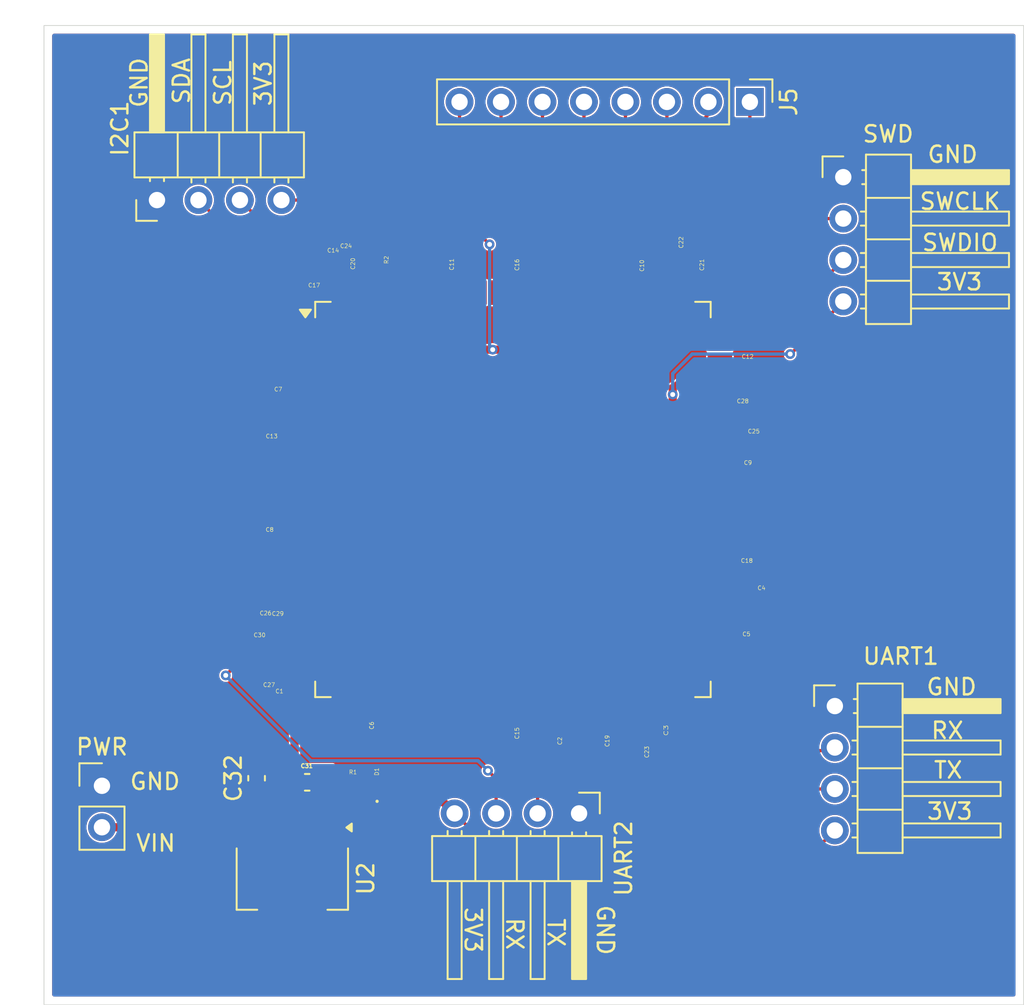
<source format=kicad_pcb>
(kicad_pcb (version 20241229) (generator "pcbnew") (generator_version "9.0")
  (layers (0 "F.Cu" signal) (2 "B.Cu" signal) (13 "F.Paste" user) (15 "B.Paste" user) (5 "F.SilkS" user "F.Silkscreen") (7 "B.SilkS" user "B.Silkscreen") (1 "F.Mask" user) (3 "B.Mask" user) (25 "Edge.Cuts" user))
  (net 0 "")
  (net 1 "+3V3")
  (net 3 "GND")
  (net 13 "Net-(U1-BOOT0)")
  (net 24 "Net-(J1-Pin_3)")
  (net 34 "Net-(J1-Pin_2)")
  (net 42 "Net-(J2-Pin_3)")
  (net 43 "Net-(J2-Pin_2)")
  (net 46 "Net-(J3-Pin_3)")
  (net 58 "Net-(J3-Pin_2)")
  (net 63 "Net-(J4-Pin_2)")
  (net 65 "Net-(J4-Pin_3)")
  (net 68 "Net-(J5-Pin_1)")
  (net 78 "Net-(J5-Pin_3)")
  (net 80 "Net-(J5-Pin_7)")
  (net 82 "Net-(J5-Pin_2)")
  (net 91 "Net-(J5-Pin_8)")
  (net 94 "Net-(J5-Pin_5)")
  (net 102 "Net-(J5-Pin_6)")
  (net 103 "Net-(J5-Pin_4)")
  (net 130 "Net-(D1-A)")
  (net 131 "Net-(U1-VCAPDSI)")
  (net 132 "Net-(C19-Pad1)")
  (net 133 "Net-(C20-Pad1)")
  (net 134 "Net-(C21-Pad1)")
  (net 135 "/VREF")
  (net 136 "+5V")
  (footprint "Connector_PinHeader_2.54mm:PinHeader_1x02_P2.54mm_Vertical" (layer "F.Cu") (at 73.55 96.585)
    (property "Reference" "PWR")
    (property "Value" "Conn_01x02_Pin")
  )
  (footprint "Package_TO_SOT_SMD:SOT-223-3_TabPin2" (layer "F.Cu") (at 85.21 102.27 -90)
    (property "Reference" "U2")
    (property "Value" "AMS1117")
  )
  (footprint "Connector_PinHeader_2.54mm:PinHeader_1x04_P2.54mm_Horizontal" (layer "F.Cu") (at 102.77 98.275 -90)
    (property "Reference" "UART2")
    (property "Value" "Conn_01x04_Pin")
  )
  (footprint "Capacitor_SMD:C_01005_0402Metric" (layer "F.Cu") (at 113.02 88.29)
    (property "Reference" "C5")
    (property "Value" "100nF")
  )
  (footprint "Connector_PinHeader_2.54mm:PinHeader_1x04_P2.54mm_Horizontal" (layer "F.Cu") (at 118.95 59.29)
    (property "Reference" "SWD")
    (property "Value" "Conn_01x04_Pin")
  )
  (footprint "Capacitor_SMD:C_0603_1608Metric" (layer "F.Cu") (at 86.12 96.37)
    (property "Reference" "C31")
    (property "Value" "10uF")
  )
  (footprint "Capacitor_SMD:C_01005_0402Metric" (layer "F.Cu") (at 84.345 71.29 180)
    (property "Reference" "C7")
    (property "Value" "100nF")
  )
  (footprint "Capacitor_SMD:C_01005_0402Metric" (layer "F.Cu") (at 107.62 64.715 90)
    (property "Reference" "C10")
    (property "Value" "100nF")
  )
  (footprint "Connector_PinHeader_2.54mm:PinHeader_1x08_P2.54mm_Vertical" (layer "F.Cu") (at 113.23 54.68 -90)
    (property "Reference" "J5")
    (property "Value" "Conn_01x08_Pin")
  )
  (footprint "Capacitor_SMD:C_0201_0603Metric" (layer "F.Cu") (at 89.97 64.595 90)
    (property "Reference" "C20")
    (property "Value" "2u2")
  )
  (footprint "Capacitor_SMD:C_0201_0603Metric" (layer "F.Cu") (at 105.47 93.49 -90)
    (property "Reference" "C19")
    (property "Value" "2u2")
  )
  (footprint "Capacitor_SMD:C_0201_0603Metric" (layer "F.Cu") (at 109.62 64.615 90)
    (property "Reference" "C21")
    (property "Value" "2u2")
  )
  (footprint "Capacitor_SMD:C_0201_0603Metric" (layer "F.Cu") (at 108.47 64.62 90)
    (property "Reference" "C22")
    (property "Value" "4u7")
  )
  (footprint "Connector_PinHeader_2.54mm:PinHeader_1x04_P2.54mm_Horizontal" (layer "F.Cu") (at 76.92 60.695 90)
    (property "Reference" "I2C1")
    (property "Value" "Conn_01x04_Pin")
  )
  (footprint "Capacitor_SMD:C_01005_0402Metric" (layer "F.Cu") (at 95.97 64.64 90)
    (property "Reference" "C11")
    (property "Value" "100nF")
  )
  (footprint "Capacitor_SMD:C_01005_0402Metric" (layer "F.Cu") (at 87.72 64.615 90)
    (property "Reference" "C14")
    (property "Value" "100nF")
  )
  (footprint "Capacitor_SMD:C_0201_0603Metric" (layer "F.Cu") (at 106.495 93.49 -90)
    (property "Reference" "C23")
    (property "Value" "4u7" (hide yes))
  )
  (footprint "Capacitor_SMD:C_01005_0402Metric" (layer "F.Cu") (at 84.42 89.79 180)
    (property "Reference" "C1")
    (property "Value" "100nF")
  )
  (footprint "Capacitor_SMD:C_01005_0402Metric" (layer "F.Cu") (at 113.045 84.79)
    (property "Reference" "C4")
    (property "Value" "100nF")
  )
  (footprint "Resistor_SMD:R_0201_0603Metric" (layer "F.Cu") (at 92.02 64.36 90)
    (property "Reference" "R2")
    (property "Value" "R")
  )
  (footprint "Capacitor_SMD:C_01005_0402Metric" (layer "F.Cu") (at 99.97 64.665 90)
    (property "Reference" "C16")
    (property "Value" "100nF")
  )
  (footprint "Capacitor_SMD:C_0201_0603Metric" (layer "F.Cu") (at 86.545 64.865 180)
    (property "Reference" "C17")
    (property "Value" "4u7")
  )
  (footprint "LED_SMD:LED_0201_0603Metric" (layer "F.Cu") (at 90.4 96.675 90)
    (property "Reference" "D1")
    (property "Value" "LED")
  )
  (footprint "Capacitor_SMD:C_0201_0603Metric" (layer "F.Cu") (at 84.295 87.29 180)
    (property "Reference" "C30")
    (property "Value" "1uF")
  )
  (footprint "Capacitor_SMD:C_01005_0402Metric" (layer "F.Cu") (at 113.045 74.29)
    (property "Reference" "C25")
    (property "Value" "100nF")
  )
  (footprint "Capacitor_SMD:C_0201_0603Metric" (layer "F.Cu") (at 84.295 88.765 180)
    (property "Reference" "C27")
    (property "Value" "1uF")
  )
  (footprint "Capacitor_SMD:C_01005_0402Metric" (layer "F.Cu") (at 113.095 71.29)
    (property "Reference" "C12")
    (property "Value" "100nF")
  )
  (footprint "Capacitor_SMD:C_0603_1608Metric" (layer "F.Cu") (at 83.02 96.12 90)
    (property "Reference" "C32")
    (property "Value" "10uF")
  )
  (footprint "Capacitor_SMD:C_01005_0402Metric" (layer "F.Cu") (at 89.47 93.34 -90)
    (property "Reference" "C6")
    (property "Value" "100nF")
  )
  (footprint "Package_QFP:LQFP-176_24x24mm_P0.5mm" (layer "F.Cu") (at 98.72 79.04)
    (property "Reference" "U1" (hide yes))
    (property "Value" "STM32H757IITx")
  )
  (footprint "Connector_PinHeader_2.54mm:PinHeader_1x04_P2.54mm_Horizontal" (layer "F.Cu") (at 118.435 91.7)
    (property "Reference" "UART1")
    (property "Value" "Conn_01x04_Pin")
  )
  (footprint "Capacitor_SMD:C_01005_0402Metric" (layer "F.Cu") (at 84.37 88.015 180)
    (property "Reference" "C26")
    (property "Value" "100nF")
  )
  (footprint "Capacitor_SMD:C_0201_0603Metric" (layer "F.Cu") (at 113.145 73.59)
    (property "Reference" "C28")
    (property "Value" "1uF")
  )
  (footprint "Capacitor_SMD:C_01005_0402Metric" (layer "F.Cu") (at 84.345 80.29 180)
    (property "Reference" "C8")
    (property "Value" "100nF")
  )
  (footprint "Capacitor_SMD:C_01005_0402Metric" (layer "F.Cu") (at 113.11 77.79)
    (property "Reference" "C9")
    (property "Value" "100nF")
  )
  (footprint "Capacitor_SMD:C_01005_0402Metric" (layer "F.Cu") (at 84.37 86.565 180)
    (property "Reference" "C29")
    (property "Value" "100nF")
  )
  (footprint "Capacitor_SMD:C_0201_0603Metric" (layer "F.Cu") (at 88.47 64.54 90)
    (property "Reference" "C24")
    (property "Value" "4u7")
  )
  (footprint "Capacitor_SMD:C_01005_0402Metric" (layer "F.Cu") (at 113.045 83.79)
    (property "Reference" "C18")
    (property "Value" "2u2")
  )
  (footprint "Capacitor_SMD:C_01005_0402Metric" (layer "F.Cu") (at 97.97 93.365 -90)
    (property "Reference" "C15")
    (property "Value" "100nF")
  )
  (footprint "Resistor_SMD:R_0201_0603Metric" (layer "F.Cu") (at 88.925 96.325 180)
    (property "Reference" "R1")
    (property "Value" "10K")
  )
  (footprint "Capacitor_SMD:C_01005_0402Metric" (layer "F.Cu") (at 107.495 93.39 -90)
    (property "Reference" "C3")
    (property "Value" "100nF")
  )
  (footprint "Capacitor_SMD:C_01005_0402Metric" (layer "F.Cu") (at 84.37 74.29 180)
    (property "Reference" "C13")
    (property "Value" "100nF")
  )
  (footprint "Capacitor_SMD:C_01005_0402Metric" (layer "F.Cu") (at 100.97 93.365 -90)
    (property "Reference" "C2")
    (property "Value" "100nF")
  )
  (gr_rect (start 70 50) (end 130 110) (stroke (width 0.05)) (fill no) (layer "Edge.Cuts"))
  (gr_text "RX\n" (at 125.325 93.2 0) (layer "F.SilkS") (effects (font (size 1 1))))
  (gr_text "GND\n" (at 76.8 96.325 0) (layer "F.SilkS") (effects (font (size 1 1))))
  (gr_text "GND" (at 125.65 57.9 0) (layer "F.SilkS") (effects (font (size 1 1))))
  (gr_text "TX\n" (at 125.375 95.625 0) (layer "F.SilkS") (effects (font (size 1 1))))
  (gr_text "SWCLK\n" (at 126.1 60.775 0) (layer "F.SilkS") (effects (font (size 1 1))))
  (gr_text "SDA\n" (at 78.425 53.4 90) (layer "F.SilkS") (effects (font (size 1 1))))
  (gr_text "TX" (at 101.35 105.575 270) (layer "F.SilkS") (effects (font (size 1 1))))
  (gr_text "GND" (at 104.375 105.425 270) (layer "F.SilkS") (effects (font (size 1 1))))
  (gr_text "GND" (at 125.585 90.525 0) (layer "F.SilkS") (effects (font (size 1 1))))
  (gr_text "3V3\n" (at 126.07 65.71 0) (layer "F.SilkS") (effects (font (size 1 1))))
  (gr_text "3V3\n" (at 83.425 53.545 90) (layer "F.SilkS") (effects (font (size 1 1))))
  (gr_text "RX\n" (at 98.825 105.65 270) (layer "F.SilkS") (effects (font (size 1 1))))
  (gr_text "SCL\n" (at 80.95 53.525 90) (layer "F.SilkS") (effects (font (size 1 1))))
  (gr_text "GND\n" (at 75.825 53.5 90) (layer "F.SilkS") (effects (font (size 1 1))))
  (gr_text "VIN" (at 76.85 100.1 0) (layer "F.SilkS") (effects (font (size 1 1))))
  (gr_text "SWDIO\n" (at 126.1 63.3 0) (layer "F.SilkS") (effects (font (size 1 1))))
  (gr_text "3V3\n" (at 96.28 105.42 270) (layer "F.SilkS") (effects (font (size 1 1))))
  (gr_text "3V3\n" (at 125.475 98.15 0) (layer "F.SilkS") (effects (font (size 1 1))))
  (segment (start 84.845 87.79) (end 86.045 87.79) (width 0.2) (layer "F.Cu") (net 1))
  (segment (start 90.155 89.02) (end 96.935 89.02) (width 0.5) (layer "F.Cu") (net 1))
  (segment (start 112.825 73.59) (end 112.825 74.26) (width 0.2) (layer "F.Cu") (net 1))
  (segment (start 106.47 89.54) (end 105.95 89.02) (width 0.3) (layer "F.Cu") (net 1))
  (segment (start 111.395 74.29) (end 110.57 74.29) (width 0.2) (layer "F.Cu") (net 1))
  (segment (start 115.71 70.14) (end 115.7 70.13) (width 0.2) (layer "F.Cu") (net 1))
  (segment (start 87.97 68.735) (end 89.595 70.36) (width 0.3) (layer "F.Cu") (net 1))
  (segment (start 84.595 80.29) (end 86.045 80.29) (width 0.2) (layer "F.Cu") (net 1))
  (segment (start 108.505 85.82) (end 108.505 77.82) (width 0.5) (layer "F.Cu") (net 1))
  (segment (start 110.055 74.29) (end 110.555 73.79) (width 0.3) (layer "F.Cu") (net 1))
  (segment (start 107.47 91.715) (end 107.47 89.655) (width 0.3) (layer "F.Cu") (net 1))
  (segment (start 95.975 69.86) (end 97.48 69.86) (width 0.5) (layer "F.Cu") (net 1))
  (segment (start 89.115 80.29) (end 90.155 81.33) (width 0.3) (layer "F.Cu") (net 1))
  (segment (start 107.62 64.965) (end 107.97 65.315) (width 0.2) (layer "F.Cu") (net 1))
  (segment (start 107.47 93.115) (end 107.495 93.14) (width 0.2) (layer "F.Cu") (net 1))
  (segment (start 84.62 88.015) (end 84.845 87.79) (width 0.2) (layer "F.Cu") (net 1))
  (segment (start 100.97 91.715) (end 100.97 89.865) (width 0.3) (layer "F.Cu") (net 1))
  (segment (start 108.47 67.96) (end 108.47 68.885) (width 0.3) (layer "F.Cu") (net 1))
  (segment (start 85.21 96.4825) (end 85.2725 96.42) (width 0.2) (layer "F.Cu") (net 1))
  (segment (start 85.21 99.12) (end 85.21 96.4825) (width 0.5) (layer "F.Cu") (net 1))
  (segment (start 90.155 81.33) (end 90.155 74.95) (width 0.5) (layer "F.Cu") (net 1))
  (segment (start 97.97 91.715) (end 97.97 90.055) (width 0.3) (layer "F.Cu") (net 1))
  (segment (start 89.495 74.29) (end 90.155 74.95) (width 0.3) (layer "F.Cu") (net 1))
  (segment (start 111.395 71.29) (end 109.405 71.29) (width 0.3) (layer "F.Cu") (net 1))
  (segment (start 89.47 91.715) (end 89.47 89.745) (width 0.3) (layer "F.Cu") (net 1))
  (segment (start 109.445 88.29) (end 108.505 87.35) (width 0.3) (layer "F.Cu") (net 1))
  (segment (start 108.47 68.885) (end 108.245 69.11) (width 0.5) (layer "F.Cu") (net 1))
  (segment (start 100.125 89.02) (end 100.965 89.02) (width 0.5) (layer "F.Cu") (net 1))
  (segment (start 86.865 64.865) (end 87.72 64.865) (width 0.2) (layer "F.Cu") (net 1))
  (segment (start 111.395 84.79) (end 109.535 84.79) (width 0.3) (layer "F.Cu") (net 1))
  (segment (start 99.97 69.845) (end 99.955 69.86) (width 0.3) (layer "F.Cu") (net 1))
  (segment (start 91.965 69.86) (end 95.975 69.86) (width 0.5) (layer "F.Cu") (net 1))
  (segment (start 96.935 89.02) (end 97.985 89.02) (width 0.5) (layer "F.Cu") (net 1))
  (segment (start 110.055 74.29) (end 108.515 74.29) (width 0.3) (layer "F.Cu") (net 1))
  (segment (start 111.395 84.79) (end 112.795 84.79) (width 0.2) (layer "F.Cu") (net 1))
  (segment (start 108.47 66.365) (end 108.47 67.96) (width 0.3) (layer "F.Cu") (net 1))
  (segment (start 99.955 69.86) (end 107.495 69.86) (width 0.5) (layer "F.Cu") (net 1))
  (segment (start 97.97 91.715) (end 97.97 93.115) (width 0.2) (layer "F.Cu") (net 1))
  (segment (start 86.045 71.29) (end 89.415 71.29) (width 0.3) (layer "F.Cu") (net 1))
  (segment (start 97.985 89.02) (end 100.125 89.02) (width 0.5) (layer "F.Cu") (net 1))
  (segment (start 108.47 67.96) (end 107.97 67.46) (width 0.3) (layer "F.Cu") (net 1))
  (segment (start 108.515 74.29) (end 108.505 74.28) (width 0.3) (layer "F.Cu") (net 1))
  (segment (start 95.15 98.275) (end 97.885 101.01) (width 0.2) (layer "F.Cu") (net 1))
  (segment (start 99.97 66.365) (end 99.97 69.845) (width 0.3) (layer "F.Cu") (net 1))
  (segment (start 88.47 66.365) (end 88.47 69.225) (width 0.3) (layer "F.Cu") (net 1))
  (segment (start 86.045 89.79) (end 84.67 89.79) (width 0.2) (layer "F.Cu") (net 1))
  (segment (start 100.97 89.865) (end 100.125 89.02) (width 0.3) (layer "F.Cu") (net 1))
  (segment (start 111.395 88.29) (end 109.445 88.29) (width 0.3) (layer "F.Cu") (net 1))
  (segment (start 89.595 70.36) (end 91.465 70.36) (width 0.3) (layer "F.Cu") (net 1))
  (segment (start 111.395 77.79) (end 108.535 77.79) (width 0.3) (layer "F.Cu") (net 1))
  (segment (start 90.155 72.03) (end 90.155 71.67) (width 0.5) (layer "F.Cu") (net 1))
  (segment (start 87.97 65.115) (end 87.72 64.865) (width 0.2) (layer "F.Cu") (net 1))
  (segment (start 87.97 66.365) (end 87.97 65.115) (width 0.2) (layer "F.Cu") (net 1))
  (segment (start 115.72 70.14) (end 118.95 66.91) (width 0.2) (layer "F.Cu") (net 1))
  (segment (start 84.54 60.695) (end 94.575 60.695) (width 0.2) (layer "F.Cu") (net 1))
  (segment (start 100.97 91.715) (end 100.97 93.115) (width 0.2) (layer "F.Cu") (net 1))
  (segment (start 86.045 80.29) (end 89.115 80.29) (width 0.3) (layer "F.Cu") (net 1))
  (segment (start 86.045 74.29) (end 89.495 74.29) (width 0.3) (layer "F.Cu") (net 1))
  (segment (start 89.485 89.02) (end 90.155 89.02) (width 0.5) (layer "F.Cu") (net 1))
  (segment (start 97.97 90.055) (end 96.935 89.02) (width 0.3) (layer "F.Cu") (net 1))
  (segment (start 88.47 69.225) (end 88.465 69.23) (width 0.3) (layer "F.Cu") (net 1))
  (segment (start 111.395 77.79) (end 112.86 77.79) (width 0.2) (layer "F.Cu") (net 1))
  (segment (start 100.97 89.025) (end 100.965 89.02) (width 0.3) (layer "F.Cu") (net 1))
  (segment (start 111.395 88.29) (end 112.77 88.29) (width 0.2) (layer "F.Cu") (net 1))
  (segment (start 107.495 69.86) (end 108.245 69.11) (width 0.5) (layer "F.Cu") (net 1))
  (segment (start 107.97 67.46) (end 107.97 66.365) (width 0.3) (layer "F.Cu") (net 1))
  (segment (start 88.605 96.325) (end 87.67 95.39) (width 0.2) (layer "F.Cu") (net 1))
  (segment (start 112.825 74.26) (end 112.795 74.29) (width 0.2) (layer "F.Cu") (net 1))
  (segment (start 99.97 66.365) (end 99.97 64.915) (width 0.2) (layer "F.Cu") (net 1))
  (segment (start 85.345 96.37) (end 85.345 92.73) (width 0.5) (layer "F.Cu") (net 1))
  (segment (start 107.47 89.655) (end 106.835 89.02) (width 0.3) (layer "F.Cu") (net 1))
  (segment (start 88.785 87.79) (end 86.045 87.79) (width 0.3) (layer "F.Cu") (net 1))
  (segment (start 85.345 96.035) (end 85.345 96.37) (width 0.2) (layer "F.Cu") (net 1))
  (segment (start 108.47 66.365) (end 108.47 64.94) (width 0.2) (layer "F.Cu") (net 1))
  (segment (start 91.475 70.35) (end 91.965 69.86) (width 0.5) (layer "F.Cu") (net 1))
  (segment (start 110.555 73.79) (end 111.395 73.79) (width 0.3) (layer "F.Cu") (net 1))
  (segment (start 86.045 74.29) (end 84.62 74.29) (width 0.2) (layer "F.Cu") (net 1))
  (segment (start 89.055 89.02) (end 89.485 89.02) (width 0.5) (layer "F.Cu") (net 1))
  (segment (start 100.965 89.02) (end 105.95 89.02) (width 0.5) (layer "F.Cu") (net 1))
  (segment (start 115.72 70.14) (end 115.71 70.14) (width 0.2) (layer "F.Cu") (net 1))
  (segment (start 108.505 77.82) (end 108.505 74.28) (width 0.5) (layer "F.Cu") (net 1))
  (segment (start 108.505 87.35) (end 108.505 85.82) (width 0.5) (layer "F.Cu") (net 1))
  (segment (start 106.47 93.145) (end 106.495 93.17) (width 0.2) (layer "F.Cu") (net 1))
  (segment (start 85.21 105.42) (end 85.21 99.12) (width 0.2) (layer "F.Cu") (net 1))
  (segment (start 85.21 99.12) (end 86.754 97.576) (width 0.5) (layer "F.Cu") (net 1))
  (segment (start 89.47 89.705) (end 90.155 89.02) (width 0.3) (layer "F.Cu") (net 1))
  (segment (start 91.465 70.36) (end 91.475 70.35) (width 0.3) (layer "F.Cu") (net 1))
  (segment (start 84.615 88.765) (end 84.615 88.02) (width 0.2) (layer "F.Cu") (net 1))
  (segment (start 86.045 71.29) (end 84.595 71.29) (width 0.2) (layer "F.Cu") (net 1))
  (segment (start 89.47 89.745) (end 89.47 89.705) (width 0.2) (layer "F.Cu") (net 1))
  (segment (start 106.47 91.715) (end 106.47 93.145) (width 0.2) (layer "F.Cu") (net 1))
  (segment (start 97.97 89.035) (end 97.985 89.02) (width 0.3) (layer "F.Cu") (net 1))
  (segment (start 95.97 69.855) (end 95.975 69.86) (width 0.3) (layer "F.Cu") (net 1))
  (segment (start 107.97 65.315) (end 107.97 66.365) (width 0.2) (layer "F.Cu") (net 1))
  (segment (start 106.47 91.715) (end 106.47 89.54) (width 0.3) (layer "F.Cu") (net 1))
  (segment (start 108.505 74.28) (end 108.505 72.61) (width 0.5) (layer "F.Cu") (net 1))
  (segment (start 86.754 97.576) (end 94.451 97.576) (width 0.5) (layer "F.Cu") (net 1))
  (segment (start 111.395 74.29) (end 110.055 74.29) (width 0.3) (layer "F.Cu") (net 1))
  (segment (start 108.285 69.11) (end 108.245 69.11) (width 0.3) (layer "F.Cu") (net 1))
  (segment (start 108.505 72.61) (end 108.505 72.2) (width 0.5) (layer "F.Cu") (net 1))
  (segment (start 94.451 97.576) (end 95.15 98.275) (width 0.5) (layer "F.Cu") (net 1))
  (segment (start 108.505 72.19) (end 108.505 72.2) (width 0.2) (layer "F.Cu") (net 1))
  (segment (start 90.155 71.67) (end 91.475 70.35) (width 0.5) (layer "F.Cu") (net 1))
  (segment (start 88.785 87.79) (end 89.485 88.49) (width 0.3) (layer "F.Cu") (net 1))
  (segment (start 88.47 66.365) (end 88.47 64.86) (width 0.2) (layer "F.Cu") (net 1))
  (segment (start 95.97 66.365) (end 95.97 64.89) (width 0.2) (layer "F.Cu") (net 1))
  (segment (start 108.535 77.79) (end 108.505 77.82) (width 0.3) (layer "F.Cu") (net 1))
  (segment (start 97.48 69.86) (end 99.955 69.86) (width 0.5) (layer "F.Cu") (net 1))
  (segment (start 97.885 101.01) (end 116.745 101.01) (width 0.2) (layer "F.Cu") (net 1))
  (segment (start 108.315 69.08) (end 108.285 69.11) (width 0.3) (layer "F.Cu") (net 1))
  (segment (start 85.99 95.39) (end 85.345 96.035) (width 0.2) (layer "F.Cu") (net 1))
  (segment (start 86.045 89.79) (end 88.285 89.79) (width 0.3) (layer "F.Cu") (net 1))
  (segment (start 89.47 91.715) (end 89.47 93.09) (width 0.2) (layer "F.Cu") (net 1))
  (segment (start 116.745 101.01) (end 118.435 99.32) (width 0.2) (layer "F.Cu") (net 1))
  (segment (start 89.485 88.49) (end 89.485 89.02) (width 0.3) (layer "F.Cu") (net 1))
  (segment (start 85.345 92.73) (end 88.4275 89.6475) (width 0.5) (layer "F.Cu") (net 1))
  (segment (start 95.97 66.365) (end 95.97 69.855) (width 0.3) (layer "F.Cu") (net 1))
  (segment (start 90.155 89.02) (end 90.155 81.33) (width 0.5) (layer "F.Cu") (net 1))
  (segment (start 105.95 89.02) (end 106.835 89.02) (width 0.5) (layer "F.Cu") (net 1))
  (segment (start 87.97 66.365) (end 87.97 68.735) (width 0.3) (layer "F.Cu") (net 1))
  (segment (start 109.405 71.29) (end 108.505 72.19) (width 0.3) (layer "F.Cu") (net 1))
  (segment (start 88.4275 89.6475) (end 89.055 89.02) (width 0.5) (layer "F.Cu") (net 1))
  (segment (start 89.415 71.29) (end 90.155 72.03) (width 0.3) (layer "F.Cu") (net 1))
  (segment (start 111.395 71.29) (end 112.845 71.29) (width 0.2) (layer "F.Cu") (net 1))
  (segment (start 94.575 60.695) (end 97.29 63.41) (width 0.2) (layer "F.Cu") (net 1))
  (segment (start 107.47 91.715) (end 107.47 93.115) (width 0.2) (layer "F.Cu") (net 1))
  (segment (start 87.67 95.39) (end 85.99 95.39) (width 0.2) (layer "F.Cu") (net 1))
  (segment (start 95.985 69.85) (end 95.975 69.86) (width 0.2) (layer "F.Cu") (net 1))
  (segment (start 109.535 84.79) (end 108.505 85.82) (width 0.3) (layer "F.Cu") (net 1))
  (segment (start 90.155 74.95) (end 90.155 72.03) (width 0.5) (layer "F.Cu") (net 1))
  (segment (start 111.395 74.29) (end 112.795 74.29) (width 0.2) (layer "F.Cu") (net 1))
  (segment (start 106.835 89.02) (end 108.505 87.35) (width 0.5) (layer "F.Cu") (net 1))
  (segment (start 84.615 88.02) (end 84.62 88.015) (width 0.2) (layer "F.Cu") (net 1))
  (via (at 97.48 69.86) (size 0.6) (drill 0.3) (layers "F.Cu" "B.Cu") (net 1))
  (via (at 108.505 72.61) (size 0.6) (drill 0.3) (layers "F.Cu" "B.Cu") (net 1))
  (via (at 115.7 70.13) (size 0.6) (drill 0.3) (layers "F.Cu" "B.Cu") (net 1))
  (via (at 97.29 63.41) (size 0.6) (drill 0.3) (layers "F.Cu" "B.Cu") (net 1))
  (segment (start 97.29 63.41) (end 97.29 69.67) (width 0.2) (layer "B.Cu") (net 1))
  (segment (start 108.505 72.61) (end 108.505 71.325) (width 0.2) (layer "B.Cu") (net 1))
  (segment (start 115.7 70.13) (end 109.7 70.13) (width 0.2) (layer "B.Cu") (net 1))
  (segment (start 97.29 69.67) (end 97.48 69.86) (width 0.2) (layer "B.Cu") (net 1))
  (segment (start 109.7 70.13) (end 108.6 71.23) (width 0.2) (layer "B.Cu") (net 1))
  (segment (start 108.505 71.325) (end 108.6 71.23) (width 0.2) (layer "B.Cu") (net 1))
  (segment (start 84.095 80.140001) (end 84.095 80.29) (width 0.2) (layer "F.Cu") (net 3))
  (segment (start 100.47 93.264999) (end 100.47 91.715) (width 0.2) (layer "F.Cu") (net 3))
  (segment (start 113.465 74.12) (end 113.295 74.29) (width 0.2) (layer "F.Cu") (net 3))
  (segment (start 84.12 74.439999) (end 84.12 74.29) (width 0.2) (layer "F.Cu") (net 3))
  (segment (start 113.27 88.140001) (end 113.27 88.29) (width 0.2) (layer "F.Cu") (net 3))
  (segment (start 83.975 87.29) (end 83.975 87.87) (width 0.2) (layer "F.Cu") (net 3))
  (segment (start 113.009999 78.29) (end 113.36 77.939999) (width 0.2) (layer "F.Cu") (net 3))
  (segment (start 88.97 93.239999) (end 88.97 91.715) (width 0.2) (layer "F.Cu") (net 3))
  (segment (start 108.97 64.570001) (end 108.97 66.365) (width 0.2) (layer "F.Cu") (net 3))
  (segment (start 96.12 64.39) (end 95.97 64.39) (width 0.2) (layer "F.Cu") (net 3))
  (segment (start 84.445001 79.79) (end 84.095 80.140001) (width 0.2) (layer "F.Cu") (net 3))
  (segment (start 100.820001 93.615) (end 100.47 93.264999) (width 0.2) (layer "F.Cu") (net 3))
  (segment (start 86.045 74.79) (end 84.470001 74.79) (width 0.2) (layer "F.Cu") (net 3))
  (segment (start 112.944999 84.29) (end 113.295 84.640001) (width 0.2) (layer "F.Cu") (net 3))
  (segment (start 100.47 64.765001) (end 100.119999 64.415) (width 0.2) (layer "F.Cu") (net 3))
  (segment (start 84.095 71.140001) (end 84.095 71.29) (width 0.2) (layer "F.Cu") (net 3))
  (segment (start 106.495 93.81) (end 106.295001 93.81) (width 0.2) (layer "F.Cu") (net 3))
  (segment (start 105.97 93.484999) (end 105.97 91.715) (width 0.2) (layer "F.Cu") (net 3))
  (segment (start 106.295001 93.81) (end 105.97 93.484999) (width 0.2) (layer "F.Cu") (net 3))
  (segment (start 96.47 66.365) (end 96.47 64.74) (width 0.2) (layer "F.Cu") (net 3))
  (segment (start 88.47 64.22) (end 87.865 64.22) (width 0.2) (layer "F.Cu") (net 3))
  (segment (start 97.645 93.615) (end 97.5325 93.5025) (width 0.2) (layer "F.Cu") (net 3))
  (segment (start 89.320001 93.59) (end 88.97 93.239999) (width 0.2) (layer "F.Cu") (net 3))
  (segment (start 89.47 64.575001) (end 89.770001 64.275) (width 0.2) (layer "F.Cu") (net 3))
  (segment (start 97.47 93.44) (end 97.5325 93.5025) (width 0.2) (layer "F.Cu") (net 3))
  (segment (start 108.669999 64.27) (end 108.97 64.570001) (width 0.2) (layer "F.Cu") (net 3))
  (segment (start 83.975 88.16) (end 84.12 88.015) (width 0.2) (layer "F.Cu") (net 3))
  (segment (start 84.470001 74.79) (end 84.12 74.439999) (width 0.2) (layer "F.Cu") (net 3))
  (segment (start 86.045 79.79) (end 84.445001 79.79) (width 0.2) (layer "F.Cu") (net 3))
  (segment (start 86.045 73.79) (end 84.470001 73.79) (width 0.2) (layer "F.Cu") (net 3))
  (segment (start 113.465 73.59) (end 113.465 74.12) (width 0.2) (layer "F.Cu") (net 3))
  (segment (start 113.49 73.565) (end 113.465 73.59) (width 0.2) (layer "F.Cu") (net 3))
  (segment (start 112.919999 87.79) (end 113.27 88.140001) (width 0.2) (layer "F.Cu") (net 3))
  (segment (start 84.445001 70.79) (end 84.095 71.140001) (width 0.2) (layer "F.Cu") (net 3))
  (segment (start 84.12 74.140001) (end 84.12 74.29) (width 0.2) (layer "F.Cu") (net 3))
  (segment (start 113.295 74.29) (end 113.295 74.439999) (width 0.2) (layer "F.Cu") (net 3))
  (segment (start 113.36 77.939999) (end 113.36 77.79) (width 0.2) (layer "F.Cu") (net 3))
  (segment (start 97.97 93.615) (end 97.645 93.615) (width 0.2) (layer "F.Cu") (net 3))
  (segment (start 96.47 64.74) (end 96.12 64.39) (width 0.2) (layer "F.Cu") (net 3))
  (segment (start 83.975 87.87) (end 84.12 88.015) (width 0.2) (layer "F.Cu") (net 3))
  (segment (start 83.975 87.29) (end 83.975 86.71) (width 0.2) (layer "F.Cu") (net 3))
  (segment (start 108.47 64.27) (end 108.669999 64.27) (width 0.2) (layer "F.Cu") (net 3))
  (segment (start 83.975 88.765) (end 83.975 88.16) (width 0.2) (layer "F.Cu") (net 3))
  (segment (start 89.770001 64.275) (end 89.97 64.275) (width 0.2) (layer "F.Cu") (net 3))
  (segment (start 89.47 93.59) (end 89.320001 93.59) (width 0.2) (layer "F.Cu") (net 3))
  (segment (start 113.295 84.640001) (end 113.295 84.79) (width 0.2) (layer "F.Cu") (net 3))
  (segment (start 89.47 66.365) (end 89.47 64.575001) (width 0.2) (layer "F.Cu") (net 3))
  (segment (start 111.395 78.29) (end 113.009999 78.29) (width 0.2) (layer "F.Cu") (net 3))
  (segment (start 84.470001 73.79) (end 84.12 74.140001) (width 0.2) (layer "F.Cu") (net 3))
  (segment (start 111.395 87.79) (end 112.919999 87.79) (width 0.2) (layer "F.Cu") (net 3))
  (segment (start 100.47 66.365) (end 100.47 64.765001) (width 0.2) (layer "F.Cu") (net 3))
  (segment (start 100.97 93.615) (end 100.820001 93.615) (width 0.2) (layer "F.Cu") (net 3))
  (segment (start 112.944999 74.79) (end 111.395 74.79) (width 0.2) (layer "F.Cu") (net 3))
  (segment (start 83.975 86.71) (end 84.12 86.565) (width 0.2) (layer "F.Cu") (net 3))
  (segment (start 113.295 74.439999) (end 112.944999 74.79) (width 0.2) (layer "F.Cu") (net 3))
  (segment (start 86.045 70.79) (end 84.445001 70.79) (width 0.2) (layer "F.Cu") (net 3))
  (segment (start 100.119999 64.415) (end 99.97 64.415) (width 0.2) (layer "F.Cu") (net 3))
  (segment (start 87.865 64.22) (end 87.72 64.365) (width 0.2) (layer "F.Cu") (net 3))
  (segment (start 97.47 91.715) (end 97.47 93.44) (width 0.2) (layer "F.Cu") (net 3))
  (segment (start 111.395 84.29) (end 112.944999 84.29) (width 0.2) (layer "F.Cu") (net 3))
  (segment (start 92.47 66.365) (end 92.47 65.13) (width 0.2) (layer "F.Cu") (net 13))
  (segment (start 92.47 65.13) (end 92.02 64.68) (width 0.2) (layer "F.Cu") (net 13))
  (segment (start 115.03 68.29) (end 111.395 68.29) (width 0.2) (layer "F.Cu") (net 24))
  (segment (start 118.95 64.37) (end 115.03 68.29) (width 0.2) (layer "F.Cu") (net 24))
  (segment (start 107.51 61.83) (end 107.075 62.265) (width 0.2) (layer "F.Cu") (net 34))
  (segment (start 106.97 66.365) (end 106.97 62.37) (width 0.2) (layer "F.Cu") (net 34))
  (segment (start 118.95 61.83) (end 107.51 61.83) (width 0.2) (layer "F.Cu") (net 34))
  (segment (start 106.97 62.37) (end 107.075 62.265) (width 0.2) (layer "F.Cu") (net 34))
  (segment (start 97.69 96.16) (end 97.19 95.66) (width 0.2) (layer "F.Cu") (net 42))
  (segment (start 81.66 89.29) (end 86.045 89.29) (width 0.2) (layer "F.Cu") (net 42))
  (segment (start 97.69 98.275) (end 97.69 96.16) (width 0.2) (layer "F.Cu") (net 42))
  (segment (start 81.13 89.82) (end 81.66 89.29) (width 0.2) (layer "F.Cu") (net 42))
  (via (at 81.13 89.82) (size 0.6) (drill 0.3) (layers "F.Cu" "B.Cu") (net 42))
  (via (at 97.19 95.66) (size 0.6) (drill 0.3) (layers "F.Cu" "B.Cu") (net 42))
  (segment (start 88.01 95.05) (end 86.34 95.05) (width 0.2) (layer "B.Cu") (net 42))
  (segment (start 81.12 89.83) (end 81.13 89.82) (width 0.2) (layer "B.Cu") (net 42))
  (segment (start 97.19 95.66) (end 96.58 95.05) (width 0.2) (layer "B.Cu") (net 42))
  (segment (start 96.58 95.05) (end 88.01 95.05) (width 0.2) (layer "B.Cu") (net 42))
  (segment (start 86.34 95.05) (end 81.12 89.83) (width 0.2) (layer "B.Cu") (net 42))
  (segment (start 97.657081 94.5) (end 88.68 94.5) (width 0.2) (layer "F.Cu") (net 43))
  (segment (start 88.47 94.29) (end 88.47 91.715) (width 0.2) (layer "F.Cu") (net 43))
  (segment (start 100.23 97.072919) (end 97.657081 94.5) (width 0.2) (layer "F.Cu") (net 43))
  (segment (start 100.23 98.275) (end 100.23 97.072919) (width 0.2) (layer "F.Cu") (net 43))
  (segment (start 88.68 94.5) (end 88.47 94.29) (width 0.2) (layer "F.Cu") (net 43))
  (segment (start 108.97 91.715) (end 108.97 94.49) (width 0.2) (layer "F.Cu") (net 46))
  (segment (start 111.26 96.78) (end 118.435 96.78) (width 0.2) (layer "F.Cu") (net 46))
  (segment (start 108.97 94.49) (end 111.26 96.78) (width 0.2) (layer "F.Cu") (net 46))
  (segment (start 109.47 91.715) (end 109.47 92.96) (width 0.2) (layer "F.Cu") (net 58))
  (segment (start 110.94 94.43) (end 118.245 94.43) (width 0.2) (layer "F.Cu") (net 58))
  (segment (start 109.47 92.96) (end 110.94 94.43) (width 0.2) (layer "F.Cu") (net 58))
  (segment (start 118.245 94.43) (end 118.435 94.24) (width 0.2) (layer "F.Cu") (net 58))
  (segment (start 92.97 64.21) (end 92.97 66.365) (width 0.2) (layer "F.Cu") (net 63))
  (segment (start 79.46 60.695) (end 81.895 63.13) (width 0.2) (layer "F.Cu") (net 63))
  (segment (start 81.895 63.13) (end 91.89 63.13) (width 0.2) (layer "F.Cu") (net 63))
  (segment (start 91.89 63.13) (end 92.97 64.21) (width 0.2) (layer "F.Cu") (net 63))
  (segment (start 82 60.695) (end 83.785 62.48) (width 0.2) (layer "F.Cu") (net 65))
  (segment (start 83.785 62.48) (end 92.56 62.48) (width 0.2) (layer "F.Cu") (net 65))
  (segment (start 92.56 62.48) (end 93.47 63.39) (width 0.2) (layer "F.Cu") (net 65))
  (segment (start 93.47 63.39) (end 93.47 66.365) (width 0.2) (layer "F.Cu") (net 65))
  (segment (start 104.47 62.99) (end 107.29 60.17) (width 0.2) (layer "F.Cu") (net 68))
  (segment (start 111.77 60.17) (end 113.23 58.71) (width 0.2) (layer "F.Cu") (net 68))
  (segment (start 104.47 66.365) (end 104.47 62.99) (width 0.2) (layer "F.Cu") (net 68))
  (segment (start 107.29 60.17) (end 111.77 60.17) (width 0.2) (layer "F.Cu") (net 68))
  (segment (start 113.23 58.71) (end 113.23 54.68) (width 0.2) (layer "F.Cu") (net 68))
  (segment (start 103.47 61.28) (end 108.15 56.6) (width 0.2) (layer "F.Cu") (net 78))
  (segment (start 103.47 66.365) (end 103.47 61.28) (width 0.2) (layer "F.Cu") (net 78))
  (segment (start 108.15 56.6) (end 108.15 54.68) (width 0.2) (layer "F.Cu") (net 78))
  (segment (start 97.99 57.44) (end 101.47 60.92) (width 0.2) (layer "F.Cu") (net 80))
  (segment (start 101.47 60.92) (end 101.47 66.365) (width 0.2) (layer "F.Cu") (net 80))
  (segment (start 97.99 54.68) (end 97.99 57.44) (width 0.2) (layer "F.Cu") (net 80))
  (segment (start 103.97 66.365) (end 103.97 62.17) (width 0.2) (layer "F.Cu") (net 82))
  (segment (start 110.69 55.45) (end 110.69 54.68) (width 0.2) (layer "F.Cu") (net 82))
  (segment (start 103.97 62.17) (end 110.69 55.45) (width 0.2) (layer "F.Cu") (net 82))
  (segment (start 95.45 54.68) (end 95.45 57.92) (width 0.2) (layer "F.Cu") (net 91))
  (segment (start 100.97 66.365) (end 100.97 63.44) (width 0.2) (layer "F.Cu") (net 91))
  (segment (start 95.45 57.92) (end 95.59 58.06) (width 0.2) (layer "F.Cu") (net 91))
  (segment (start 100.97 63.44) (end 95.59 58.06) (width 0.2) (layer "F.Cu") (net 91))
  (segment (start 102.47 66.365) (end 102.47 58.71) (width 0.2) (layer "F.Cu") (net 94))
  (segment (start 103.07 58.11) (end 102.865 58.315) (width 0.2) (layer "F.Cu") (net 94))
  (segment (start 103.07 54.68) (end 103.07 58.11) (width 0.2) (layer "F.Cu") (net 94))
  (segment (start 102.47 58.71) (end 102.865 58.315) (width 0.2) (layer "F.Cu") (net 94))
  (segment (start 101.97 66.365) (end 101.97 58.57) (width 0.2) (layer "F.Cu") (net 102))
  (segment (start 100.53 57.11) (end 100.53 54.68) (width 0.2) (layer "F.Cu") (net 102))
  (segment (start 101.97 58.57) (end 100.52 57.12) (width 0.2) (layer "F.Cu") (net 102))
  (segment (start 105.61 57.33) (end 105.61 54.68) (width 0.2) (layer "F.Cu") (net 103))
  (segment (start 102.97 66.365) (end 102.97 60.15) (width 0.2) (layer "F.Cu") (net 103))
  (segment (start 105.7 57.42) (end 105.61 57.33) (width 0.2) (layer "F.Cu") (net 103))
  (segment (start 102.97 60.15) (end 105.7 57.42) (width 0.2) (layer "F.Cu") (net 103))
  (segment (start 89.245 96.325) (end 90.37 96.325) (width 0.2) (layer "F.Cu") (net 130))
  (segment (start 90.37 96.325) (end 90.4 96.355) (width 0.2) (layer "F.Cu") (net 130))
  (segment (start 112.795 83.79) (end 111.395 83.79) (width 0.2) (layer "F.Cu") (net 131))
  (segment (start 105.47 93.17) (end 105.47 91.715) (width 0.2) (layer "F.Cu") (net 132))
  (segment (start 89.97 66.365) (end 89.97 64.915) (width 0.2) (layer "F.Cu") (net 133))
  (segment (start 109.47 66.365) (end 109.47 65.085) (width 0.2) (layer "F.Cu") (net 134))
  (segment (start 109.47 65.085) (end 109.62 64.935) (width 0.2) (layer "F.Cu") (net 134))
  (segment (start 86.045 87.29) (end 84.615 87.29) (width 0.2) (layer "F.Cu") (net 135))
  (segment (start 84.62 86.565) (end 84.62 87.285) (width 0.2) (layer "F.Cu") (net 135))
  (segment (start 84.62 87.285) (end 84.615 87.29) (width 0.2) (layer "F.Cu") (net 135))
  (segment (start 82.91 99.12) (end 82.91 96.9825) (width 0.5) (layer "F.Cu") (net 136))
  (segment (start 82.91 96.9825) (end 82.9475 96.945) (width 0.2) (layer "F.Cu") (net 136))
  (segment (start 73.55 99.125) (end 82.905 99.125) (width 0.5) (layer "F.Cu") (net 136))
  (segment (start 82.905 99.125) (end 82.91 99.12) (width 0.2) (layer "F.Cu") (net 136))
  (zone (net 3) (net_name "GND") (layer "F.Cu") (connect_pads yes (clearance 0)) (min_thickness 0.25) (fill yes (thermal_gap 0.5) (thermal_bridge_width 0.5))
    (polygon (pts (xy 70.01 50.01) (xy 130 50) (xy 130 110) (xy 70.01 110)))
  )
  (zone (net 3) (net_name "GND") (layer "B.Cu") (priority 1) (connect_pads yes (clearance 0)) (min_thickness 0.25) (fill yes (thermal_gap 0.5) (thermal_bridge_width 0.5))
    (polygon (pts (xy 70 50) (xy 129.99 50) (xy 129.99 110.01) (xy 70 110)))
  )
)
</source>
